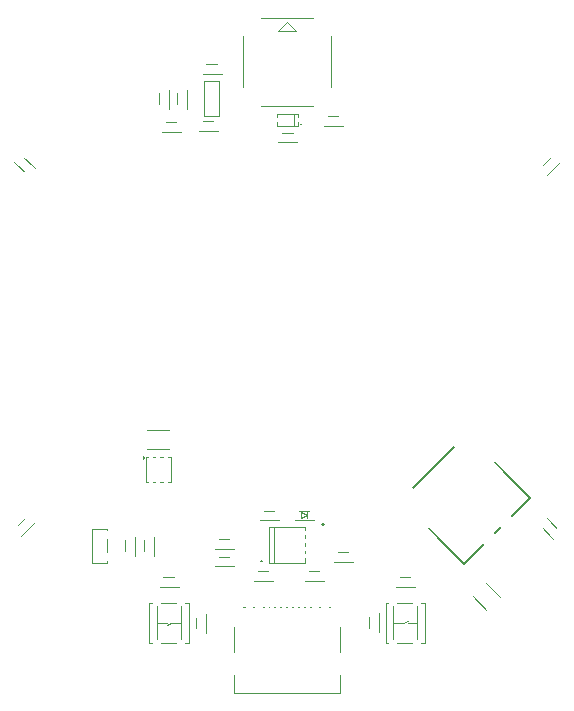
<source format=gbo>
G04 #@! TF.GenerationSoftware,KiCad,Pcbnew,8.0.0*
G04 #@! TF.CreationDate,2024-12-09T22:18:02+01:00*
G04 #@! TF.ProjectId,xmasOrnament2024,786d6173-4f72-46e6-916d-656e74323032,rev?*
G04 #@! TF.SameCoordinates,Original*
G04 #@! TF.FileFunction,Legend,Bot*
G04 #@! TF.FilePolarity,Positive*
%FSLAX46Y46*%
G04 Gerber Fmt 4.6, Leading zero omitted, Abs format (unit mm)*
G04 Created by KiCad (PCBNEW 8.0.0) date 2024-12-09 22:18:02*
%MOMM*%
%LPD*%
G01*
G04 APERTURE LIST*
G04 Aperture macros list*
%AMRoundRect*
0 Rectangle with rounded corners*
0 $1 Rounding radius*
0 $2 $3 $4 $5 $6 $7 $8 $9 X,Y pos of 4 corners*
0 Add a 4 corners polygon primitive as box body*
4,1,4,$2,$3,$4,$5,$6,$7,$8,$9,$2,$3,0*
0 Add four circle primitives for the rounded corners*
1,1,$1+$1,$2,$3*
1,1,$1+$1,$4,$5*
1,1,$1+$1,$6,$7*
1,1,$1+$1,$8,$9*
0 Add four rect primitives between the rounded corners*
20,1,$1+$1,$2,$3,$4,$5,0*
20,1,$1+$1,$4,$5,$6,$7,0*
20,1,$1+$1,$6,$7,$8,$9,0*
20,1,$1+$1,$8,$9,$2,$3,0*%
%AMRotRect*
0 Rectangle, with rotation*
0 The origin of the aperture is its center*
0 $1 length*
0 $2 width*
0 $3 Rotation angle, in degrees counterclockwise*
0 Add horizontal line*
21,1,$1,$2,0,0,$3*%
G04 Aperture macros list end*
%ADD10C,0.100000*%
%ADD11C,0.127000*%
%ADD12C,0.200000*%
%ADD13C,1.500000*%
%ADD14RotRect,0.800000X0.950000X135.000000*%
%ADD15R,0.800000X0.950000*%
%ADD16R,0.900000X0.800000*%
%ADD17RoundRect,0.102000X-0.883883X1.590990X-1.590990X0.883883X0.883883X-1.590990X1.590990X-0.883883X0*%
%ADD18RoundRect,0.102000X-0.671751X1.732412X-1.732412X0.671751X0.671751X-1.732412X1.732412X-0.671751X0*%
%ADD19R,0.950000X0.800000*%
%ADD20RotRect,0.800000X0.950000X45.000000*%
%ADD21R,1.125000X1.750000*%
%ADD22RotRect,1.125000X1.750000X135.000000*%
%ADD23R,0.590000X0.450000*%
%ADD24C,0.100000*%
%ADD25R,0.300000X1.140000*%
%ADD26O,1.200000X2.000000*%
%ADD27O,1.200000X2.300000*%
%ADD28R,1.400000X0.450000*%
%ADD29R,1.880000X2.000000*%
%ADD30R,0.700000X1.100000*%
%ADD31R,0.250000X0.700000*%
%ADD32R,0.300000X0.450000*%
%ADD33R,1.600000X1.000000*%
%ADD34RotRect,0.800000X0.950000X225.000000*%
%ADD35R,1.800000X1.800000*%
G04 APERTURE END LIST*
D10*
X121325996Y-79592633D02*
X122457367Y-80724004D01*
X121874004Y-81307367D02*
X120742633Y-80175996D01*
X147825000Y-113237500D02*
X149425000Y-113237500D01*
X149425000Y-114062500D02*
X147825000Y-114062500D01*
X137750000Y-113587500D02*
X139350000Y-113587500D01*
X139350000Y-114412500D02*
X137750000Y-114412500D01*
X127300000Y-111240000D02*
X127300000Y-114160000D01*
X127300000Y-114160000D02*
X128600000Y-114160000D01*
X128600000Y-111240000D02*
X127300000Y-111240000D01*
X128600000Y-114160000D02*
X128600000Y-111240000D01*
D11*
X153461917Y-108798061D02*
X158835929Y-114172072D01*
X158835929Y-114172072D02*
X164422072Y-108585929D01*
X159048061Y-103211917D02*
X153461917Y-108798061D01*
X164422072Y-108585929D02*
X159048061Y-103211917D01*
D10*
X130137500Y-113500000D02*
X130137500Y-111900000D01*
X130962500Y-111900000D02*
X130962500Y-113500000D01*
X141550000Y-109687500D02*
X143150000Y-109687500D01*
X143150000Y-110512500D02*
X141550000Y-110512500D01*
X120742633Y-111224004D02*
X121874004Y-110092633D01*
X122457367Y-110675996D02*
X121325996Y-111807367D01*
X131350000Y-102900000D02*
X134550000Y-102900000D01*
X134550000Y-104500000D02*
X131350000Y-104500000D01*
X136700000Y-71887500D02*
X138300000Y-71887500D01*
X138300000Y-72712500D02*
X136700000Y-72712500D01*
X160184315Y-115302944D02*
X162447056Y-117565685D01*
X161315685Y-118697056D02*
X159052944Y-116434315D01*
X143000000Y-76100000D02*
X143000000Y-77100000D01*
X143000000Y-77100000D02*
X144800000Y-77100000D01*
X144400000Y-76100000D02*
X144400000Y-77100000D01*
X144800000Y-76100000D02*
X143000000Y-76100000D01*
X144800000Y-77100000D02*
X144800000Y-76100000D01*
X145050000Y-77000000D02*
G75*
G02*
X144950000Y-77000000I-50000J0D01*
G01*
X144950000Y-77000000D02*
G75*
G02*
X145050000Y-77000000I50000J0D01*
G01*
X150787500Y-120000000D02*
X150787500Y-118400000D01*
X151612500Y-118400000D02*
X151612500Y-120000000D01*
X139380000Y-117825000D02*
X139380000Y-125175000D01*
X139380000Y-125175000D02*
X148320000Y-125175000D01*
X148320000Y-117825000D02*
X139380000Y-117825000D01*
X148320000Y-125175000D02*
X148320000Y-117825000D01*
X133037500Y-75650000D02*
X133037500Y-74050000D01*
X133862500Y-74050000D02*
X133862500Y-75650000D01*
X136137500Y-120050000D02*
X136137500Y-118450000D01*
X136962500Y-118450000D02*
X136962500Y-120050000D01*
X133250000Y-76787500D02*
X134850000Y-76787500D01*
X134850000Y-77612500D02*
X133250000Y-77612500D01*
X136400000Y-76687500D02*
X138000000Y-76687500D01*
X138000000Y-77512500D02*
X136400000Y-77512500D01*
X141550000Y-114000000D02*
X141750000Y-114000000D01*
X141650000Y-113900000D02*
X141550000Y-114000000D01*
X141750000Y-114000000D02*
X141650000Y-113900000D01*
X142350000Y-111100000D02*
X142350000Y-114100000D01*
X142350000Y-114100000D02*
X145350000Y-114100000D01*
X142750000Y-111100000D02*
X142750000Y-114100000D01*
X145350000Y-111100000D02*
X142350000Y-111100000D01*
X145350000Y-114100000D02*
X145350000Y-111100000D01*
X146975000Y-76287500D02*
X148575000Y-76287500D01*
X148575000Y-77112500D02*
X146975000Y-77112500D01*
X132175000Y-117525000D02*
X132175000Y-120875000D01*
X132175000Y-120875000D02*
X135525000Y-120875000D01*
X132850000Y-119200000D02*
X133650000Y-119200000D01*
X132850000Y-120875000D02*
X132850000Y-117525000D01*
X133650000Y-119400000D02*
X134050000Y-119200000D01*
X134850000Y-119200000D02*
X134050000Y-119200000D01*
X134850000Y-120875000D02*
X134850000Y-117525000D01*
X135525000Y-117525000D02*
X132175000Y-117525000D01*
X135525000Y-120875000D02*
X135525000Y-117525000D01*
X131650000Y-105100000D02*
X131750000Y-105200000D01*
X131650000Y-105300000D02*
X131650000Y-105100000D01*
X131750000Y-105200000D02*
X131650000Y-105300000D01*
X134000000Y-107250000D02*
X131900000Y-107250000D01*
X131900000Y-105150000D01*
X134000000Y-105150000D01*
X134000000Y-107250000D01*
X137750000Y-112087500D02*
X139350000Y-112087500D01*
X139350000Y-112912500D02*
X137750000Y-112912500D01*
X136800000Y-73340000D02*
X136800000Y-76260000D01*
X136800000Y-76260000D02*
X138100000Y-76260000D01*
X138100000Y-73340000D02*
X136800000Y-73340000D01*
X138100000Y-76260000D02*
X138100000Y-73340000D01*
X133050000Y-115337500D02*
X134650000Y-115337500D01*
X134650000Y-116162500D02*
X133050000Y-116162500D01*
X153050000Y-115337500D02*
X154650000Y-115337500D01*
X154650000Y-116162500D02*
X153050000Y-116162500D01*
X144512000Y-109684000D02*
X146112000Y-109684000D01*
X145038000Y-109842500D02*
X145038000Y-110350500D01*
X145038000Y-110350500D02*
X145546000Y-110096500D01*
X145546000Y-109842500D02*
X145546000Y-110350500D01*
X145546000Y-110096500D02*
X145038000Y-109842500D01*
X146112000Y-110509000D02*
X144512000Y-110509000D01*
D12*
X146974000Y-110858500D02*
G75*
G02*
X146774000Y-110858500I-100000J0D01*
G01*
X146774000Y-110858500D02*
G75*
G02*
X146974000Y-110858500I100000J0D01*
G01*
D10*
X131737500Y-113500000D02*
X131737500Y-111900000D01*
X132562500Y-111900000D02*
X132562500Y-113500000D01*
X134537500Y-75650000D02*
X134537500Y-74050000D01*
X135362500Y-74050000D02*
X135362500Y-75650000D01*
X152175000Y-117525000D02*
X152175000Y-120875000D01*
X152175000Y-120875000D02*
X155525000Y-120875000D01*
X152850000Y-117525000D02*
X152850000Y-120875000D01*
X152850000Y-119200000D02*
X153650000Y-119200000D01*
X154050000Y-119000000D02*
X153650000Y-119200000D01*
X154850000Y-117525000D02*
X154850000Y-120875000D01*
X154850000Y-119200000D02*
X154050000Y-119200000D01*
X155525000Y-117525000D02*
X152175000Y-117525000D01*
X155525000Y-120875000D02*
X155525000Y-117525000D01*
X165242633Y-80724004D02*
X166374004Y-79592633D01*
X166957367Y-80175996D02*
X165825996Y-81307367D01*
X141050000Y-114787500D02*
X142650000Y-114787500D01*
X142650000Y-115612500D02*
X141050000Y-115612500D01*
X165825996Y-110342633D02*
X166957367Y-111474004D01*
X166374004Y-112057367D02*
X165242633Y-110925996D01*
X140100000Y-67950000D02*
X146450000Y-67950000D01*
X140100000Y-75450000D02*
X140100000Y-67950000D01*
X143100000Y-69075000D02*
X144600000Y-69075000D01*
X143850000Y-68325000D02*
X143100000Y-69075000D01*
X144600000Y-69075000D02*
X143850000Y-68325000D01*
X146450000Y-67950000D02*
X147600000Y-69000000D01*
X147600000Y-69000000D02*
X147600000Y-75450000D01*
X147600000Y-75450000D02*
X140100000Y-75450000D01*
X145350000Y-114787500D02*
X146950000Y-114787500D01*
X146950000Y-115612500D02*
X145350000Y-115612500D01*
X143100000Y-77687500D02*
X144700000Y-77687500D01*
X144700000Y-78512500D02*
X143100000Y-78512500D01*
%LPC*%
D13*
X133190000Y-82100000D03*
X125550000Y-82100000D03*
D14*
X122183363Y-81033363D03*
X121016637Y-79866637D03*
D15*
X149450000Y-113650000D03*
X147800000Y-113650000D03*
X137725000Y-114000000D03*
X139375000Y-114000000D03*
D16*
X129050000Y-111750000D03*
X126850000Y-112700000D03*
X129050000Y-113650000D03*
D13*
X130650000Y-82100000D03*
D17*
X160674406Y-111838620D03*
X162088620Y-110424406D03*
D18*
X159684457Y-104696841D03*
X154946841Y-109434457D03*
D19*
X130550000Y-113525000D03*
X130550000Y-111875000D03*
D15*
X141525000Y-110100000D03*
X143175000Y-110100000D03*
D20*
X121016637Y-111533363D03*
X122183363Y-110366637D03*
D21*
X134412500Y-103700000D03*
X131487500Y-103700000D03*
D13*
X135750000Y-82000000D03*
D15*
X136675000Y-72300000D03*
X138325000Y-72300000D03*
D22*
X161784144Y-118034144D03*
X159715856Y-115965856D03*
D23*
X142845000Y-76600000D03*
X144955000Y-76600000D03*
D19*
X151200000Y-118375000D03*
X151200000Y-120025000D03*
D24*
X146740000Y-118960000D03*
X140960000Y-118960000D03*
D25*
X147200000Y-117890000D03*
X146400000Y-117890000D03*
X145100000Y-117890000D03*
X144100000Y-117890000D03*
X143600000Y-117890000D03*
X142600000Y-117890000D03*
X141300000Y-117890000D03*
X140500000Y-117890000D03*
X140800000Y-117890000D03*
X141600000Y-117890000D03*
X142100000Y-117890000D03*
X143100000Y-117890000D03*
X144600000Y-117890000D03*
X145600000Y-117890000D03*
X146100000Y-117890000D03*
X146900000Y-117890000D03*
D26*
X148175000Y-122660000D03*
D27*
X148175000Y-118480000D03*
D26*
X139525000Y-122660000D03*
D27*
X139525000Y-118480000D03*
D19*
X133450000Y-74025000D03*
X133450000Y-75675000D03*
X136550000Y-118425000D03*
X136550000Y-120075000D03*
D15*
X133225000Y-77200000D03*
X134875000Y-77200000D03*
X136375000Y-77100000D03*
X138025000Y-77100000D03*
D28*
X141650000Y-113575000D03*
X141650000Y-112925000D03*
X141650000Y-112275000D03*
X141650000Y-111625000D03*
X146050000Y-111625000D03*
X146050000Y-112275000D03*
X146050000Y-112925000D03*
X146050000Y-113575000D03*
D29*
X143850000Y-112600000D03*
D15*
X148600000Y-76700000D03*
X146950000Y-76700000D03*
D30*
X132850000Y-117250000D03*
X132850000Y-121150000D03*
X134850000Y-117250000D03*
X134850000Y-121150000D03*
D31*
X135350000Y-119200000D03*
X132350000Y-119200000D03*
D32*
X132300000Y-105225000D03*
X132950000Y-105225000D03*
X133600000Y-105225000D03*
X133600000Y-107175000D03*
X132950000Y-107175000D03*
X132300000Y-107175000D03*
D33*
X132950000Y-106200000D03*
D15*
X137725000Y-112500000D03*
X139375000Y-112500000D03*
D16*
X136350000Y-75750000D03*
X138550000Y-74800000D03*
X136350000Y-73850000D03*
D15*
X133025000Y-115750000D03*
X134675000Y-115750000D03*
X154675000Y-115750000D03*
X153025000Y-115750000D03*
X144487000Y-110096500D03*
X146137000Y-110096500D03*
D19*
X132150000Y-113525000D03*
X132150000Y-111875000D03*
X134950000Y-75675000D03*
X134950000Y-74025000D03*
D30*
X154850000Y-121150000D03*
X154850000Y-117250000D03*
X152850000Y-121150000D03*
X152850000Y-117250000D03*
D31*
X152350000Y-119200000D03*
X155350000Y-119200000D03*
D34*
X166683363Y-79866637D03*
X165516637Y-81033363D03*
D15*
X141025000Y-115200000D03*
X142675000Y-115200000D03*
D14*
X166683363Y-111783363D03*
X165516637Y-110616637D03*
D13*
X128110000Y-82100000D03*
D35*
X146925000Y-74775000D03*
X140775000Y-74775000D03*
X140775000Y-68625000D03*
X146925000Y-68625000D03*
D15*
X146975000Y-115200000D03*
X145325000Y-115200000D03*
X143075000Y-78100000D03*
X144725000Y-78100000D03*
%LPD*%
M02*

</source>
